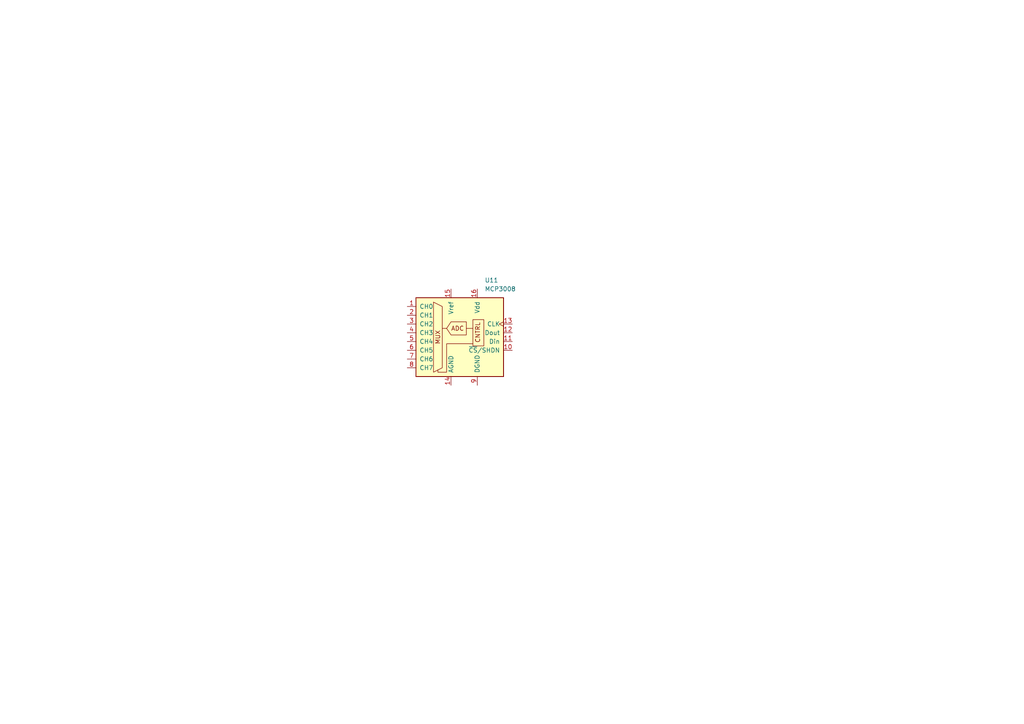
<source format=kicad_sch>
(kicad_sch (version 20250114) (generator "eeschema") (generator_version "9.0")
  (paper "A4")
  (lib_symbols
    (symbol "Analog_ADC:MCP3008" (pin_names (offset 1.016))
      (property "Reference" "U" (at -5.08 13.335 0))
      (property "Value" "MCP3008" (at -5.08 11.43 0))
      (symbol "MCP3008_0_0"
        (text "MUX" (at -6.35 -1.27 900) (effects (font (size 1.27 1.27))))
        (text "ADC" (at -0.635 1.27 0) (effects (font (size 1.27 1.27))))
        (text "CNTRL" (at 5.969 -2.921 900) (effects (font (size 1.27 1.27)) (justify left bottom)))
      )
      (symbol "MCP3008_0_1"
        (polyline (pts (xy -7.62 8.89) (xy -7.62 -11.43) (xy -5.08 -10.16) (xy -5.08 7.62) (xy -7.62 8.89)))
        (polyline (pts (xy -3.81 1.27) (xy -5.08 1.27)))
        (polyline (pts (xy 1.905 3.175) (xy 1.905 -0.635) (xy -2.54 -0.635) (xy -3.81 1.27) (xy -2.54 3.175) (xy 1.905 3.175)))
        (polyline (pts (xy 1.905 1.27) (xy 3.81 1.27)))
        (polyline (pts (xy 3.81 -3.175) (xy -3.81 -3.175) (xy -3.81 -11.43) (xy -6.35 -11.43) (xy -6.35 -10.795)))
        (rectangle (start 3.81 -3.81) (end 6.985 3.81))
        (rectangle (start 12.7 -12.7) (end -12.7 10.16) (stroke (width 0.254)) (fill (type background)))
      )
      (symbol "MCP3008_1_1"
        (pin input line (at -15.24 7.62 0) (length 2.54) (name "CH0") (number "1"))
        (pin input line (at -15.24 5.08 0) (length 2.54) (name "CH1") (number "2"))
        (pin input line (at -15.24 2.54 0) (length 2.54) (name "CH2") (number "3"))
        (pin input line (at -15.24 0 0) (length 2.54) (name "CH3") (number "4"))
        (pin input line (at -15.24 -2.54 0) (length 2.54) (name "CH4") (number "5"))
        (pin input line (at -15.24 -5.08 0) (length 2.54) (name "CH5") (number "6"))
        (pin input line (at -15.24 -7.62 0) (length 2.54) (name "CH6") (number "7"))
        (pin input line (at -15.24 -10.16 0) (length 2.54) (name "CH7") (number "8"))
        (pin power_in line (at -2.54 12.7 270) (length 2.54) (name "Vref") (number "15"))
        (pin power_in line (at -2.54 -15.24 90) (length 2.54) (name "AGND") (number "14"))
        (pin power_in line (at 5.08 12.7 270) (length 2.54) (name "Vdd") (number "16"))
        (pin power_in line (at 5.08 -15.24 90) (length 2.54) (name "DGND") (number "9"))
        (pin input clock (at 15.24 2.54 180) (length 2.54) (name "CLK") (number "13"))
        (pin output line (at 15.24 0 180) (length 2.54) (name "Dout") (number "12"))
        (pin input line (at 15.24 -2.54 180) (length 2.54) (name "Din") (number "11"))
        (pin input line (at 15.24 -5.08 180) (length 2.54) (name "~{CS}/SHDN") (number "10"))
      )
    )
  )
  (symbol (lib_id "Analog_ADC:MCP3008") (at 133.35 96.52 0) (unit 1)
    (property "Reference" "U11" (at 140.5733 81.28 0) (effects (justify left)))
    (property "Value" "MCP3008" (at 140.5733 83.82 0) (effects (justify left)))
    (property "Datasheet" "http://ww1.microchip.com/downloads/en/DeviceDoc/21295d.pdf" (effects (hide yes)))
    (property "Description" "A/D Converter, 10-Bit, 8-Channel, SPI Interface , 2.7V-5.5V" (effects (hide yes)))
  )
)
</source>
